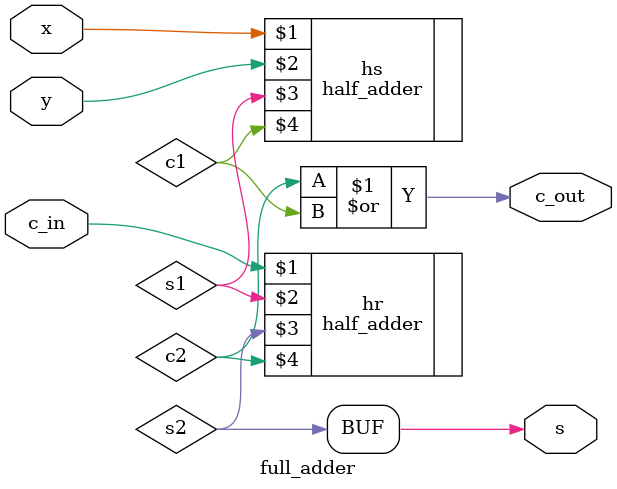
<source format=v>
module full_adder(
	input x,
	input y,
	input c_in,
	output s,
	output c_out
);
	wire s1, c1, s2, c2;
	half_adder hs(x, y, s1, c1);
	half_adder hr(c_in, s1, s2, c2);
	assign s = s2;
	assign c_out = c2 | c1;
endmodule
</source>
